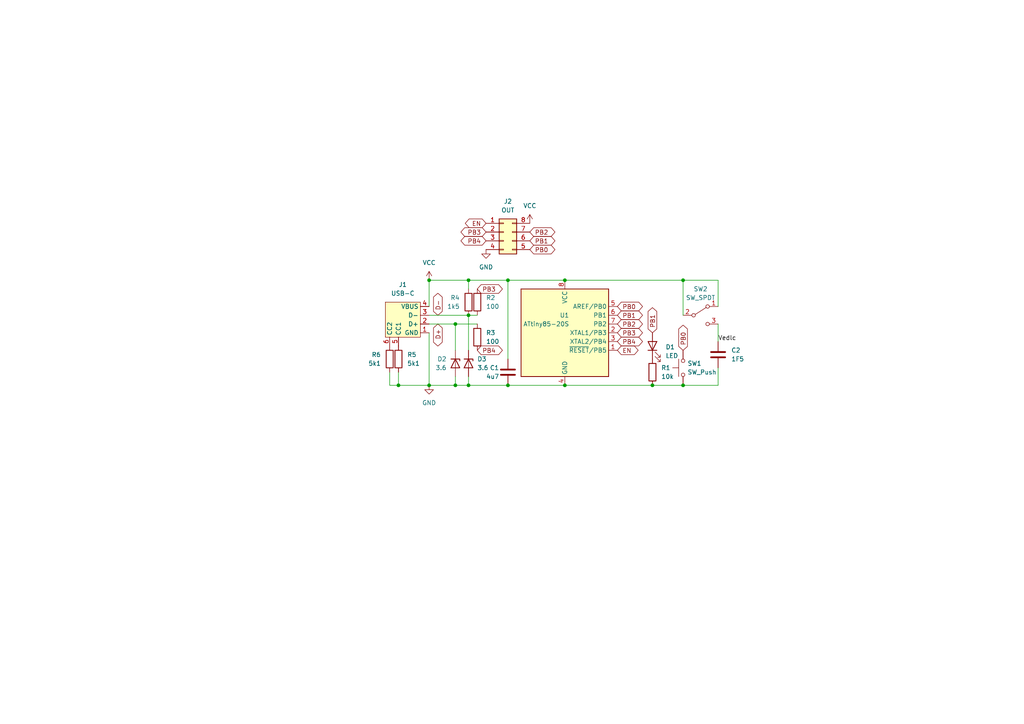
<source format=kicad_sch>
(kicad_sch (version 20230121) (generator eeschema)
  (paper "A4")
  (lib_symbols
    (symbol "Connector_Generic:Conn_02x04_Counter_Clockwise" (pin_names (offset 1.016) hide)
      (property "Reference" "J" (at 1.27 5.08 0))
      (property "Value" "Conn_02x04_Counter_Clockwise" (at 1.27 -7.62 0))
      (symbol "Conn_02x04_Counter_Clockwise_1_1"
        (rectangle (start -1.27 -4.953) (end 0 -5.207) (stroke (width 0.1524)))
        (rectangle (start -1.27 -2.413) (end 0 -2.667) (stroke (width 0.1524)))
        (rectangle (start -1.27 0.127) (end 0 -0.127) (stroke (width 0.1524)))
        (rectangle (start -1.27 2.667) (end 0 2.413) (stroke (width 0.1524)))
        (rectangle (start -1.27 3.81) (end 3.81 -6.35) (stroke (width 0.254)) (fill (type background)))
        (rectangle (start 3.81 -4.953) (end 2.54 -5.207) (stroke (width 0.1524)))
        (rectangle (start 3.81 -2.413) (end 2.54 -2.667) (stroke (width 0.1524)))
        (rectangle (start 3.81 0.127) (end 2.54 -0.127) (stroke (width 0.1524)))
        (rectangle (start 3.81 2.667) (end 2.54 2.413) (stroke (width 0.1524)))
        (pin passive line (at -5.08 2.54 0) (length 3.81) (name "Pin_1") (number "1"))
        (pin passive line (at -5.08 0 0) (length 3.81) (name "Pin_2") (number "2"))
        (pin passive line (at -5.08 -2.54 0) (length 3.81) (name "Pin_3") (number "3"))
        (pin passive line (at -5.08 -5.08 0) (length 3.81) (name "Pin_4") (number "4"))
        (pin passive line (at 7.62 -5.08 180) (length 3.81) (name "Pin_5") (number "5"))
        (pin passive line (at 7.62 -2.54 180) (length 3.81) (name "Pin_6") (number "6"))
        (pin passive line (at 7.62 0 180) (length 3.81) (name "Pin_7") (number "7"))
        (pin passive line (at 7.62 2.54 180) (length 3.81) (name "Pin_8") (number "8"))
      )
    )
    (symbol "Device:C" (pin_numbers hide) (pin_names (offset 0.254))
      (property "Reference" "C" (at 0.635 2.54 0))
      (property "Value" "C" (at 0.635 -2.54 0))
      (symbol "C_0_1"
        (polyline (pts (xy -2.032 -0.762) (xy 2.032 -0.762)) (stroke (width 0.508)))
        (polyline (pts (xy -2.032 0.762) (xy 2.032 0.762)) (stroke (width 0.508)))
      )
      (symbol "C_1_1"
        (pin passive line (at 0 3.81 270) (length 2.794) (name "~") (number "1"))
        (pin passive line (at 0 -3.81 90) (length 2.794) (name "~") (number "2"))
      )
    )
    (symbol "Device:D_Zener" (pin_numbers hide) (pin_names (offset 1.016) hide)
      (property "Reference" "D" (at 0 2.54 0))
      (property "Value" "D_Zener" (at 0 -2.54 0))
      (symbol "D_Zener_0_1"
        (polyline (pts (xy 1.27 0) (xy -1.27 0)))
        (polyline (pts (xy -1.27 -1.27) (xy -1.27 1.27) (xy -0.762 1.27)) (stroke (width 0.254)))
        (polyline (pts (xy 1.27 -1.27) (xy 1.27 1.27) (xy -1.27 0) (xy 1.27 -1.27)) (stroke (width 0.254)))
      )
      (symbol "D_Zener_1_1"
        (pin passive line (at -3.81 0 0) (length 2.54) (name "K") (number "1"))
        (pin passive line (at 3.81 0 180) (length 2.54) (name "A") (number "2"))
      )
    )
    (symbol "Device:LED" (pin_numbers hide) (pin_names (offset 1.016) hide)
      (property "Reference" "D" (at 0 2.54 0))
      (property "Value" "LED" (at 0 -2.54 0))
      (symbol "LED_0_1"
        (polyline (pts (xy -1.27 -1.27) (xy -1.27 1.27)) (stroke (width 0.254)))
        (polyline (pts (xy -1.27 0) (xy 1.27 0)))
        (polyline (pts (xy 1.27 -1.27) (xy 1.27 1.27) (xy -1.27 0) (xy 1.27 -1.27)) (stroke (width 0.254)))
        (polyline (pts (xy -3.048 -0.762) (xy -4.572 -2.286) (xy -3.81 -2.286) (xy -4.572 -2.286) (xy -4.572 -1.524)))
        (polyline (pts (xy -1.778 -0.762) (xy -3.302 -2.286) (xy -2.54 -2.286) (xy -3.302 -2.286) (xy -3.302 -1.524)))
      )
      (symbol "LED_1_1"
        (pin passive line (at -3.81 0 0) (length 2.54) (name "K") (number "1"))
        (pin passive line (at 3.81 0 180) (length 2.54) (name "A") (number "2"))
      )
    )
    (symbol "Device:R" (pin_numbers hide) (pin_names (offset 0))
      (property "Reference" "R" (at 2.032 0 90))
      (property "Value" "R" (at 0 0 90))
      (symbol "R_0_1"
        (rectangle (start -1.016 -2.54) (end 1.016 2.54) (stroke (width 0.254)))
      )
      (symbol "R_1_1"
        (pin passive line (at 0 3.81 270) (length 1.27) (name "~") (number "1"))
        (pin passive line (at 0 -3.81 90) (length 1.27) (name "~") (number "2"))
      )
    )
    (symbol "Library:USB-C"
      (property "Reference" "J2" (at 0 6.35 0))
      (property "Value" "USB-C" (at 7.62 0 0))
      (symbol "USB-C_1_1"
        (rectangle (start -5.08 5.08) (end 5.08 -5.08) (fill (type background)))
        (pin power_in line (at 7.62 -3.81 180) (length 2.54) (name "GND") (number "1"))
        (pin bidirectional line (at 7.62 -1.27 180) (length 2.54) (name "D+") (number "2"))
        (pin bidirectional line (at 7.62 1.27 180) (length 2.54) (name "D-") (number "3"))
        (pin power_in line (at 7.62 3.81 180) (length 2.54) (name "VBUS") (number "4"))
        (pin bidirectional line (at -1.27 -7.62 90) (length 2.54) (name "CC1") (number "5"))
        (pin bidirectional line (at -3.81 -7.62 90) (length 2.54) (name "CC2") (number "6"))
      )
    )
    (symbol "MCU_Microchip_ATtiny:ATtiny85-20S"
      (property "Reference" "U" (at -12.7 13.97 0))
      (property "Value" "ATtiny85-20S" (at 2.54 -13.97 0))
      (symbol "ATtiny85-20S_0_1"
        (rectangle (start -12.7 -12.7) (end 12.7 12.7) (stroke (width 0.254)) (fill (type background)))
      )
      (symbol "ATtiny85-20S_1_1"
        (pin bidirectional line (at 15.24 -5.08 180) (length 2.54) (name "~{RESET}/PB5") (number "1"))
        (pin bidirectional line (at 15.24 0 180) (length 2.54) (name "XTAL1/PB3") (number "2"))
        (pin bidirectional line (at 15.24 -2.54 180) (length 2.54) (name "XTAL2/PB4") (number "3"))
        (pin power_in line (at 0 -15.24 90) (length 2.54) (name "GND") (number "4"))
        (pin bidirectional line (at 15.24 7.62 180) (length 2.54) (name "AREF/PB0") (number "5"))
        (pin bidirectional line (at 15.24 5.08 180) (length 2.54) (name "PB1") (number "6"))
        (pin bidirectional line (at 15.24 2.54 180) (length 2.54) (name "PB2") (number "7"))
        (pin power_in line (at 0 15.24 270) (length 2.54) (name "VCC") (number "8"))
      )
    )
    (symbol "Switch:SW_Push" (pin_numbers hide) (pin_names (offset 1.016) hide)
      (property "Reference" "SW" (at 1.27 2.54 0))
      (property "Value" "SW_Push" (at 0 -1.524 0))
      (symbol "SW_Push_0_1"
        (circle (center -2.032 0) (radius 0.508))
        (polyline (pts (xy 0 1.27) (xy 0 3.048)))
        (polyline (pts (xy 2.54 1.27) (xy -2.54 1.27)))
        (circle (center 2.032 0) (radius 0.508))
        (pin passive line (at -5.08 0 0) (length 2.54) (name "1") (number "1"))
        (pin passive line (at 5.08 0 180) (length 2.54) (name "2") (number "2"))
      )
    )
    (symbol "Switch:SW_SPDT" (pin_names (offset 0) hide)
      (property "Reference" "SW" (at 0 4.318 0))
      (property "Value" "SW_SPDT" (at 0 -5.08 0))
      (symbol "SW_SPDT_0_0"
        (circle (center -2.032 0) (radius 0.508))
        (circle (center 2.032 -2.54) (radius 0.508))
      )
      (symbol "SW_SPDT_0_1"
        (polyline (pts (xy -1.524 0.254) (xy 1.651 2.286)))
        (circle (center 2.032 2.54) (radius 0.508))
      )
      (symbol "SW_SPDT_1_1"
        (pin passive line (at 5.08 2.54 180) (length 2.54) (name "A") (number "1"))
        (pin passive line (at -5.08 0 0) (length 2.54) (name "B") (number "2"))
        (pin passive line (at 5.08 -2.54 180) (length 2.54) (name "C") (number "3"))
      )
    )
    (symbol "power:GND" (power) (pin_names (offset 0))
      (property "Value" "GND" (at 0 -3.81 0))
      (symbol "GND_0_1"
        (polyline (pts (xy 0 0) (xy 0 -1.27) (xy 1.27 -1.27) (xy 0 -2.54) (xy -1.27 -1.27) (xy 0 -1.27)))
      )
      (symbol "GND_1_1"
        (pin power_in line (at 0 0 270) (length 0) hide (name "GND") (number "1"))
      )
    )
    (symbol "power:VCC" (power) (pin_names (offset 0))
      (property "Value" "VCC" (at 0 3.81 0))
      (symbol "VCC_0_1"
        (polyline (pts (xy -0.762 1.27) (xy 0 2.54)))
        (polyline (pts (xy 0 0) (xy 0 2.54)))
        (polyline (pts (xy 0 2.54) (xy 0.762 1.27)))
      )
      (symbol "VCC_1_1"
        (pin power_in line (at 0 0 90) (length 0) hide (name "VCC") (number "1"))
      )
    )
  )
  (junction (at 198.12 111.76))
  (junction (at 135.89 91.44))
  (junction (at 135.89 111.76))
  (junction (at 132.08 111.76))
  (junction (at 124.46 81.28))
  (junction (at 124.46 111.76))
  (junction (at 147.32 111.76))
  (junction (at 132.08 93.98))
  (junction (at 163.83 81.28))
  (junction (at 115.57 111.76))
  (junction (at 189.23 111.76))
  (junction (at 198.12 81.28))
  (junction (at 135.89 81.28))
  (junction (at 163.83 111.76))
  (junction (at 147.32 81.28))
  (wire (pts (xy 113.03 107.95) (xy 113.03 111.76)))
  (wire (pts (xy 132.08 109.22) (xy 132.08 111.76)))
  (wire (pts (xy 115.57 111.76) (xy 124.46 111.76)))
  (wire (pts (xy 147.32 81.28) (xy 163.83 81.28)))
  (wire (pts (xy 198.12 91.44) (xy 198.12 81.28)))
  (wire (pts (xy 135.89 81.28) (xy 147.32 81.28)))
  (wire (pts (xy 124.46 81.28) (xy 135.89 81.28)))
  (wire (pts (xy 132.08 111.76) (xy 135.89 111.76)))
  (wire (pts (xy 163.83 111.76) (xy 189.23 111.76)))
  (wire (pts (xy 135.89 101.6) (xy 135.89 91.44)))
  (wire (pts (xy 208.28 88.9) (xy 208.28 81.28)))
  (wire (pts (xy 135.89 81.28) (xy 135.89 83.82)))
  (wire (pts (xy 113.03 111.76) (xy 115.57 111.76)))
  (wire (pts (xy 132.08 93.98) (xy 138.43 93.98)))
  (wire (pts (xy 208.28 111.76) (xy 198.12 111.76)))
  (wire (pts (xy 189.23 111.76) (xy 198.12 111.76)))
  (wire (pts (xy 198.12 81.28) (xy 163.83 81.28)))
  (wire (pts (xy 135.89 109.22) (xy 135.89 111.76)))
  (wire (pts (xy 124.46 111.76) (xy 132.08 111.76)))
  (wire (pts (xy 208.28 106.68) (xy 208.28 111.76)))
  (wire (pts (xy 147.32 104.14) (xy 147.32 81.28)))
  (wire (pts (xy 135.89 91.44) (xy 138.43 91.44)))
  (wire (pts (xy 115.57 107.95) (xy 115.57 111.76)))
  (wire (pts (xy 124.46 81.28) (xy 124.46 88.9)))
  (wire (pts (xy 124.46 91.44) (xy 135.89 91.44)))
  (wire (pts (xy 124.46 96.52) (xy 124.46 111.76)))
  (wire (pts (xy 208.28 93.98) (xy 208.28 99.06)))
  (wire (pts (xy 132.08 93.98) (xy 132.08 101.6)))
  (wire (pts (xy 147.32 111.76) (xy 135.89 111.76)))
  (wire (pts (xy 208.28 81.28) (xy 198.12 81.28)))
  (wire (pts (xy 147.32 111.76) (xy 163.83 111.76)))
  (wire (pts (xy 124.46 93.98) (xy 132.08 93.98)))
  (label "Vedlc" (at 208.28 99.06 0))
  (global_label "PB3" (shape bidirectional) (at 179.07 96.52 0) (property "Intersheetrefs" "${INTERSHEET_REFS}" (effects hide)))
  (global_label "PB0" (shape bidirectional) (at 179.07 88.9 0) (property "Intersheetrefs" "${INTERSHEET_REFS}" (effects hide)))
  (global_label "PB3" (shape bidirectional) (at 138.43 83.82 0) (property "Intersheetrefs" "${INTERSHEET_REFS}" (effects hide)))
  (global_label "D+" (shape bidirectional) (at 127 93.98 270) (property "Intersheetrefs" "${INTERSHEET_REFS}" (effects hide)))
  (global_label "D-" (shape bidirectional) (at 127 91.44 90) (property "Intersheetrefs" "${INTERSHEET_REFS}" (effects hide)))
  (global_label "EN" (shape bidirectional) (at 140.97 64.77 180) (property "Intersheetrefs" "${INTERSHEET_REFS}" (effects hide)))
  (global_label "PB0" (shape bidirectional) (at 198.12 101.6 90) (property "Intersheetrefs" "${INTERSHEET_REFS}" (effects hide)))
  (global_label "PB4" (shape bidirectional) (at 138.43 101.6 0) (property "Intersheetrefs" "${INTERSHEET_REFS}" (effects hide)))
  (global_label "PB4" (shape bidirectional) (at 140.97 69.85 180) (property "Intersheetrefs" "${INTERSHEET_REFS}" (effects hide)))
  (global_label "PB1" (shape bidirectional) (at 153.67 69.85 0) (property "Intersheetrefs" "${INTERSHEET_REFS}" (effects hide)))
  (global_label "PB1" (shape bidirectional) (at 189.23 96.52 90) (property "Intersheetrefs" "${INTERSHEET_REFS}" (effects hide)))
  (global_label "PB2" (shape bidirectional) (at 153.67 67.31 0) (property "Intersheetrefs" "${INTERSHEET_REFS}" (effects hide)))
  (global_label "PB2" (shape bidirectional) (at 179.07 93.98 0) (property "Intersheetrefs" "${INTERSHEET_REFS}" (effects hide)))
  (global_label "PB1" (shape bidirectional) (at 179.07 91.44 0) (property "Intersheetrefs" "${INTERSHEET_REFS}" (effects hide)))
  (global_label "PB0" (shape bidirectional) (at 153.67 72.39 0) (property "Intersheetrefs" "${INTERSHEET_REFS}" (effects hide)))
  (global_label "EN" (shape bidirectional) (at 179.07 101.6 0) (property "Intersheetrefs" "${INTERSHEET_REFS}" (effects hide)))
  (global_label "PB4" (shape bidirectional) (at 179.07 99.06 0) (property "Intersheetrefs" "${INTERSHEET_REFS}" (effects hide)))
  (global_label "PB3" (shape bidirectional) (at 140.97 67.31 180) (property "Intersheetrefs" "${INTERSHEET_REFS}" (effects hide)))
  (symbol (lib_id "Device:C") (at 147.32 107.95 0) (unit 1)
    (property "Reference" "C1" (at 144.78 106.68 0) (effects (justify right)))
    (property "Value" "4u7" (at 144.78 109.22 0) (effects (justify right)))
    (property "Footprint" "Capacitor_SMD:C_0603_1608Metric" (effects hide))
  )
  (symbol (lib_id "Device:R") (at 135.89 87.63 0) (unit 1)
    (property "Reference" "R4" (at 133.35 86.36 0) (effects (justify right)))
    (property "Value" "1k5" (at 133.35 88.9 0) (effects (justify right)))
    (property "Footprint" "Resistor_SMD:R_0603_1608Metric" (effects hide))
  )
  (symbol (lib_id "Device:R") (at 189.23 107.95 0) (unit 1)
    (property "Reference" "R1" (at 191.77 106.68 0) (effects (justify left)))
    (property "Value" "10k" (at 191.77 109.22 0) (effects (justify left)))
    (property "Footprint" "Resistor_SMD:R_0603_1608Metric" (effects hide))
  )
  (symbol (lib_id "MCU_Microchip_ATtiny:ATtiny85-20S") (at 163.83 96.52 0) (unit 1)
    (property "Reference" "U1" (at 165.1 91.44 0) (effects (justify right)))
    (property "Value" "ATtiny85-20S" (at 165.1 93.98 0) (effects (justify right)))
    (property "Footprint" "Package_SO:SOIC-8W_5.3x5.3mm_P1.27mm" (effects hide))
    (property "Datasheet" "http://ww1.microchip.com/downloads/en/DeviceDoc/atmel-2586-avr-8-bit-microcontroller-attiny25-attiny45-attiny85_datasheet.pdf" (effects hide))
  )
  (symbol (lib_id "Device:D_Zener") (at 132.08 105.41 270) (unit 1)
    (property "Reference" "D2" (at 129.54 104.14 90) (effects (justify right)))
    (property "Value" "3.6" (at 129.54 106.68 90) (effects (justify right)))
    (property "Footprint" "Diode_SMD:D_SOD-323F" (effects hide))
  )
  (symbol (lib_id "Device:D_Zener") (at 135.89 105.41 270) (unit 1)
    (property "Reference" "D3" (at 138.43 104.14 90) (effects (justify left)))
    (property "Value" "3.6" (at 138.43 106.68 90) (effects (justify left)))
    (property "Footprint" "Diode_SMD:D_SOD-323F" (effects hide))
  )
  (symbol (lib_id "Device:LED") (at 189.23 100.33 90) (unit 1)
    (property "Reference" "D1" (at 193.04 100.6475 90) (effects (justify right)))
    (property "Value" "LED" (at 193.04 103.1875 90) (effects (justify right)))
    (property "Footprint" "LED_SMD:LED_0603_1608Metric" (effects hide))
  )
  (symbol (lib_id "Switch:SW_SPDT") (at 203.2 91.44 0) (unit 1)
    (property "Reference" "SW2" (at 203.2 83.82 0))
    (property "Value" "SW_SPDT" (at 203.2 86.36 0))
    (property "Footprint" "Library:sw" (effects hide))
  )
  (symbol (lib_id "power:GND") (at 140.97 72.39 0) (unit 1)
    (property "Reference" "#PWR04" (effects hide))
    (property "Value" "GND" (at 140.97 77.47 0))
  )
  (symbol (lib_id "power:VCC") (at 124.46 81.28 0) (unit 1)
    (property "Reference" "#PWR03" (effects hide))
    (property "Value" "VCC" (at 124.46 76.2 0))
  )
  (symbol (lib_id "Device:R") (at 138.43 97.79 0) (unit 1)
    (property "Reference" "R3" (at 140.97 96.52 0) (effects (justify left)))
    (property "Value" "100" (at 140.97 99.06 0) (effects (justify left)))
    (property "Footprint" "Resistor_SMD:R_0603_1608Metric" (effects hide))
  )
  (symbol (lib_id "power:GND") (at 124.46 111.76 0) (unit 1)
    (property "Reference" "#PWR01" (effects hide))
    (property "Value" "GND" (at 124.46 116.84 0))
  )
  (symbol (lib_id "Device:C") (at 208.28 102.87 0) (unit 1)
    (property "Reference" "C2" (at 212.09 101.6 0) (effects (justify left)))
    (property "Value" "1F5" (at 212.09 104.14 0) (effects (justify left)))
    (property "Footprint" "Library:edlc" (effects hide))
  )
  (symbol (lib_id "Device:R") (at 138.43 87.63 0) (unit 1)
    (property "Reference" "R2" (at 140.97 86.36 0) (effects (justify left)))
    (property "Value" "100" (at 140.97 88.9 0) (effects (justify left)))
    (property "Footprint" "Resistor_SMD:R_0603_1608Metric" (effects hide))
  )
  (symbol (lib_id "Device:R") (at 113.03 104.14 0) (unit 1)
    (property "Reference" "R6" (at 110.49 102.87 0) (effects (justify right)))
    (property "Value" "5k1" (at 110.49 105.41 0) (effects (justify right)))
    (property "Footprint" "Resistor_SMD:R_0603_1608Metric" (effects hide))
  )
  (symbol (lib_id "Switch:SW_Push") (at 198.12 106.68 90) (unit 1)
    (property "Reference" "SW1" (at 199.39 105.41 90) (effects (justify right)))
    (property "Value" "SW_Push" (at 199.39 107.95 90) (effects (justify right)))
    (property "Footprint" "Library:sw_push_smd" (effects hide))
  )
  (symbol (lib_id "Library:USB-C") (at 116.84 92.71 0) (unit 1)
    (property "Reference" "J1" (at 116.84 82.55 0))
    (property "Value" "USB-C" (at 116.84 85.09 0))
    (property "Footprint" "Library:USB-C" (effects hide))
  )
  (symbol (lib_id "Device:R") (at 115.57 104.14 0) (unit 1)
    (property "Reference" "R5" (at 118.11 102.87 0) (effects (justify left)))
    (property "Value" "5k1" (at 118.11 105.41 0) (effects (justify left)))
    (property "Footprint" "Resistor_SMD:R_0603_1608Metric" (effects hide))
  )
  (symbol (lib_id "power:VCC") (at 153.67 64.77 0) (unit 1)
    (property "Reference" "#PWR02" (effects hide))
    (property "Value" "VCC" (at 153.67 59.69 0))
  )
  (symbol (lib_id "Connector_Generic:Conn_02x04_Counter_Clockwise") (at 146.05 67.31 0) (unit 1)
    (property "Reference" "J2" (at 147.32 58.42 0))
    (property "Value" "OUT" (at 147.32 60.96 0))
    (property "Footprint" "Package_DIP:DIP-8_W7.62mm_Socket" (effects hide))
  )
)
</source>
